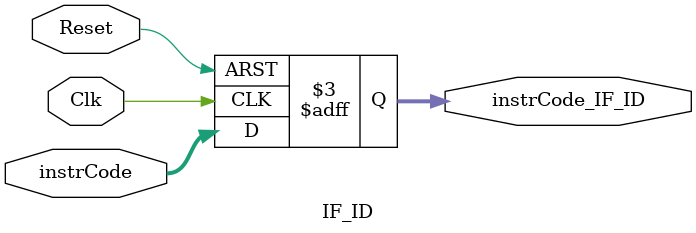
<source format=v>
`timescale 1ns / 1ps


module IF_ID(Clk,Reset,instrCode,instrCode_IF_ID);

input [31:0] instrCode;
input Clk,Reset;
output reg [31:0] instrCode_IF_ID;

always @ (posedge Clk, negedge Reset)
begin  
    if( Reset == 0 )
        instrCode_IF_ID = 32'b0;
    else
        instrCode_IF_ID = instrCode;
end
endmodule

</source>
